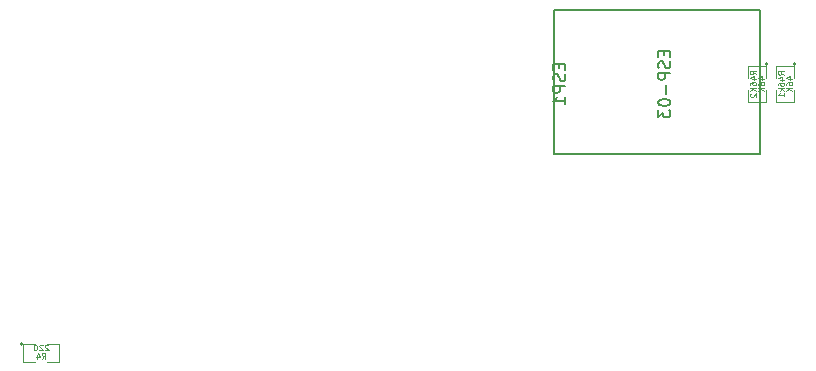
<source format=gbo>
G04 (created by PCBNEW (2013-jul-07)-stable) date Wed 30 Sep 2015 08:29:52 PM CEST*
%MOIN*%
G04 Gerber Fmt 3.4, Leading zero omitted, Abs format*
%FSLAX34Y34*%
G01*
G70*
G90*
G04 APERTURE LIST*
%ADD10C,0.00590551*%
%ADD11C,0.0039*%
%ADD12C,0.0043*%
G04 APERTURE END LIST*
G54D10*
G54D11*
X23642Y-26069D02*
G75*
G03X23642Y-26069I-50J0D01*
G74*
G01*
X24042Y-26069D02*
X23642Y-26069D01*
X23642Y-26069D02*
X23642Y-26669D01*
X23642Y-26669D02*
X24042Y-26669D01*
X24442Y-26669D02*
X24842Y-26669D01*
X24842Y-26669D02*
X24842Y-26069D01*
X24842Y-26069D02*
X24442Y-26069D01*
X49405Y-16755D02*
G75*
G03X49405Y-16755I-50J0D01*
G74*
G01*
X49355Y-17205D02*
X49355Y-16805D01*
X49355Y-16805D02*
X48755Y-16805D01*
X48755Y-16805D02*
X48755Y-17205D01*
X48755Y-17605D02*
X48755Y-18005D01*
X48755Y-18005D02*
X49355Y-18005D01*
X49355Y-18005D02*
X49355Y-17605D01*
X48472Y-16760D02*
G75*
G03X48472Y-16760I-50J0D01*
G74*
G01*
X48422Y-17210D02*
X48422Y-16810D01*
X48422Y-16810D02*
X47822Y-16810D01*
X47822Y-16810D02*
X47822Y-17210D01*
X47822Y-17610D02*
X47822Y-18010D01*
X47822Y-18010D02*
X48422Y-18010D01*
X48422Y-18010D02*
X48422Y-17610D01*
G54D10*
X48204Y-14941D02*
X41329Y-14941D01*
X48204Y-14941D02*
X48204Y-19766D01*
X48204Y-19766D02*
X41329Y-19766D01*
X41329Y-19766D02*
X41329Y-14941D01*
G54D12*
X24274Y-26573D02*
X24340Y-26479D01*
X24387Y-26573D02*
X24387Y-26376D01*
X24312Y-26376D01*
X24293Y-26386D01*
X24284Y-26395D01*
X24274Y-26414D01*
X24274Y-26442D01*
X24284Y-26461D01*
X24293Y-26470D01*
X24312Y-26479D01*
X24387Y-26479D01*
X24105Y-26442D02*
X24105Y-26573D01*
X24152Y-26367D02*
X24199Y-26508D01*
X24077Y-26508D01*
X24485Y-26120D02*
X24476Y-26111D01*
X24457Y-26101D01*
X24410Y-26101D01*
X24392Y-26111D01*
X24382Y-26120D01*
X24373Y-26139D01*
X24373Y-26158D01*
X24382Y-26186D01*
X24495Y-26298D01*
X24373Y-26298D01*
X24298Y-26120D02*
X24288Y-26111D01*
X24270Y-26101D01*
X24223Y-26101D01*
X24204Y-26111D01*
X24195Y-26120D01*
X24185Y-26139D01*
X24185Y-26158D01*
X24195Y-26186D01*
X24307Y-26298D01*
X24185Y-26298D01*
X24063Y-26101D02*
X24045Y-26101D01*
X24026Y-26111D01*
X24016Y-26120D01*
X24007Y-26139D01*
X23998Y-26176D01*
X23998Y-26223D01*
X24007Y-26261D01*
X24016Y-26279D01*
X24026Y-26289D01*
X24045Y-26298D01*
X24063Y-26298D01*
X24082Y-26289D01*
X24091Y-26279D01*
X24101Y-26261D01*
X24110Y-26223D01*
X24110Y-26176D01*
X24101Y-26139D01*
X24091Y-26120D01*
X24082Y-26111D01*
X24063Y-26101D01*
X49009Y-17104D02*
X48915Y-17039D01*
X49009Y-16992D02*
X48812Y-16992D01*
X48812Y-17067D01*
X48822Y-17086D01*
X48831Y-17095D01*
X48850Y-17104D01*
X48878Y-17104D01*
X48897Y-17095D01*
X48906Y-17086D01*
X48915Y-17067D01*
X48915Y-16992D01*
X48878Y-17273D02*
X49009Y-17273D01*
X48803Y-17226D02*
X48944Y-17179D01*
X48944Y-17301D01*
X48812Y-17461D02*
X48812Y-17423D01*
X48822Y-17405D01*
X48831Y-17395D01*
X48859Y-17376D01*
X48897Y-17367D01*
X48972Y-17367D01*
X48990Y-17376D01*
X49000Y-17386D01*
X49009Y-17405D01*
X49009Y-17442D01*
X49000Y-17461D01*
X48990Y-17470D01*
X48972Y-17480D01*
X48925Y-17480D01*
X48906Y-17470D01*
X48897Y-17461D01*
X48887Y-17442D01*
X48887Y-17405D01*
X48897Y-17386D01*
X48906Y-17376D01*
X48925Y-17367D01*
X49009Y-17564D02*
X48812Y-17564D01*
X48934Y-17583D02*
X49009Y-17639D01*
X48878Y-17639D02*
X48953Y-17564D01*
X49009Y-17827D02*
X49009Y-17714D01*
X49009Y-17770D02*
X48812Y-17770D01*
X48840Y-17752D01*
X48859Y-17733D01*
X48869Y-17714D01*
X49153Y-17250D02*
X49284Y-17250D01*
X49078Y-17203D02*
X49219Y-17156D01*
X49219Y-17278D01*
X49087Y-17437D02*
X49087Y-17400D01*
X49097Y-17381D01*
X49106Y-17372D01*
X49134Y-17353D01*
X49172Y-17344D01*
X49247Y-17344D01*
X49265Y-17353D01*
X49275Y-17362D01*
X49284Y-17381D01*
X49284Y-17419D01*
X49275Y-17437D01*
X49265Y-17447D01*
X49247Y-17456D01*
X49200Y-17456D01*
X49181Y-17447D01*
X49172Y-17437D01*
X49162Y-17419D01*
X49162Y-17381D01*
X49172Y-17362D01*
X49181Y-17353D01*
X49200Y-17344D01*
X49284Y-17541D02*
X49087Y-17541D01*
X49284Y-17653D02*
X49172Y-17569D01*
X49087Y-17653D02*
X49200Y-17541D01*
X48076Y-17091D02*
X47982Y-17025D01*
X48076Y-16978D02*
X47879Y-16978D01*
X47879Y-17053D01*
X47889Y-17072D01*
X47898Y-17081D01*
X47917Y-17091D01*
X47945Y-17091D01*
X47964Y-17081D01*
X47973Y-17072D01*
X47982Y-17053D01*
X47982Y-16978D01*
X47945Y-17259D02*
X48076Y-17259D01*
X47870Y-17213D02*
X48011Y-17166D01*
X48011Y-17288D01*
X47879Y-17447D02*
X47879Y-17410D01*
X47889Y-17391D01*
X47898Y-17381D01*
X47926Y-17363D01*
X47964Y-17353D01*
X48039Y-17353D01*
X48057Y-17363D01*
X48067Y-17372D01*
X48076Y-17391D01*
X48076Y-17428D01*
X48067Y-17447D01*
X48057Y-17456D01*
X48039Y-17466D01*
X47992Y-17466D01*
X47973Y-17456D01*
X47964Y-17447D01*
X47954Y-17428D01*
X47954Y-17391D01*
X47964Y-17372D01*
X47973Y-17363D01*
X47992Y-17353D01*
X48076Y-17550D02*
X47879Y-17550D01*
X48076Y-17663D02*
X47964Y-17578D01*
X47879Y-17663D02*
X47992Y-17550D01*
X47898Y-17738D02*
X47889Y-17747D01*
X47879Y-17766D01*
X47879Y-17813D01*
X47889Y-17832D01*
X47898Y-17841D01*
X47917Y-17850D01*
X47936Y-17850D01*
X47964Y-17841D01*
X48076Y-17728D01*
X48076Y-17850D01*
X48220Y-17255D02*
X48351Y-17255D01*
X48145Y-17208D02*
X48286Y-17161D01*
X48286Y-17283D01*
X48154Y-17442D02*
X48154Y-17405D01*
X48164Y-17386D01*
X48173Y-17377D01*
X48201Y-17358D01*
X48239Y-17349D01*
X48314Y-17349D01*
X48332Y-17358D01*
X48342Y-17367D01*
X48351Y-17386D01*
X48351Y-17424D01*
X48342Y-17442D01*
X48332Y-17452D01*
X48314Y-17461D01*
X48267Y-17461D01*
X48248Y-17452D01*
X48239Y-17442D01*
X48229Y-17424D01*
X48229Y-17386D01*
X48239Y-17367D01*
X48248Y-17358D01*
X48267Y-17349D01*
X48351Y-17546D02*
X48154Y-17546D01*
X48351Y-17658D02*
X48239Y-17574D01*
X48154Y-17658D02*
X48267Y-17546D01*
G54D10*
X41507Y-16759D02*
X41507Y-16891D01*
X41713Y-16947D02*
X41713Y-16759D01*
X41319Y-16759D01*
X41319Y-16947D01*
X41694Y-17097D02*
X41713Y-17153D01*
X41713Y-17247D01*
X41694Y-17284D01*
X41675Y-17303D01*
X41638Y-17322D01*
X41600Y-17322D01*
X41563Y-17303D01*
X41544Y-17284D01*
X41525Y-17247D01*
X41507Y-17172D01*
X41488Y-17134D01*
X41469Y-17116D01*
X41432Y-17097D01*
X41394Y-17097D01*
X41357Y-17116D01*
X41338Y-17134D01*
X41319Y-17172D01*
X41319Y-17266D01*
X41338Y-17322D01*
X41713Y-17490D02*
X41319Y-17490D01*
X41319Y-17640D01*
X41338Y-17678D01*
X41357Y-17697D01*
X41394Y-17715D01*
X41450Y-17715D01*
X41488Y-17697D01*
X41507Y-17678D01*
X41525Y-17640D01*
X41525Y-17490D01*
X41713Y-18090D02*
X41713Y-17865D01*
X41713Y-17978D02*
X41319Y-17978D01*
X41375Y-17940D01*
X41413Y-17903D01*
X41432Y-17865D01*
X45007Y-16328D02*
X45007Y-16459D01*
X45213Y-16516D02*
X45213Y-16328D01*
X44819Y-16328D01*
X44819Y-16516D01*
X45194Y-16666D02*
X45213Y-16722D01*
X45213Y-16816D01*
X45194Y-16853D01*
X45175Y-16872D01*
X45138Y-16891D01*
X45100Y-16891D01*
X45063Y-16872D01*
X45044Y-16853D01*
X45025Y-16816D01*
X45007Y-16741D01*
X44988Y-16703D01*
X44969Y-16684D01*
X44932Y-16666D01*
X44894Y-16666D01*
X44857Y-16684D01*
X44838Y-16703D01*
X44819Y-16741D01*
X44819Y-16834D01*
X44838Y-16891D01*
X45213Y-17059D02*
X44819Y-17059D01*
X44819Y-17209D01*
X44838Y-17247D01*
X44857Y-17266D01*
X44894Y-17284D01*
X44950Y-17284D01*
X44988Y-17266D01*
X45007Y-17247D01*
X45025Y-17209D01*
X45025Y-17059D01*
X45063Y-17453D02*
X45063Y-17753D01*
X44819Y-18015D02*
X44819Y-18053D01*
X44838Y-18090D01*
X44857Y-18109D01*
X44894Y-18128D01*
X44969Y-18147D01*
X45063Y-18147D01*
X45138Y-18128D01*
X45175Y-18109D01*
X45194Y-18090D01*
X45213Y-18053D01*
X45213Y-18015D01*
X45194Y-17978D01*
X45175Y-17959D01*
X45138Y-17940D01*
X45063Y-17922D01*
X44969Y-17922D01*
X44894Y-17940D01*
X44857Y-17959D01*
X44838Y-17978D01*
X44819Y-18015D01*
X44819Y-18278D02*
X44819Y-18522D01*
X44969Y-18390D01*
X44969Y-18447D01*
X44988Y-18484D01*
X45007Y-18503D01*
X45044Y-18522D01*
X45138Y-18522D01*
X45175Y-18503D01*
X45194Y-18484D01*
X45213Y-18447D01*
X45213Y-18334D01*
X45194Y-18297D01*
X45175Y-18278D01*
M02*

</source>
